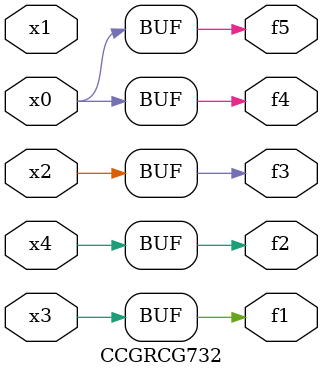
<source format=v>
module CCGRCG732(
	input x0, x1, x2, x3, x4,
	output f1, f2, f3, f4, f5
);
	assign f1 = x3;
	assign f2 = x4;
	assign f3 = x2;
	assign f4 = x0;
	assign f5 = x0;
endmodule

</source>
